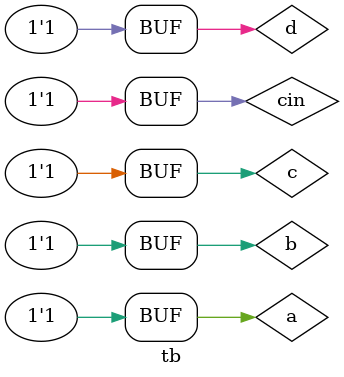
<source format=v>

module tb();
reg a,b,c,d,cin;
wire S,C,Co;

compres uut (.sum(S),.carry(C),.cout(Co),.a(a),.b(b),.c(c),.d(d),.cin(cin));

initial begin
a = 0;
b = 0;
c = 0;
d = 0;
cin = 0;

#5
a = 1;
b = 0;
c = 0;
d = 0;
cin = 0;

#5
a = 1;
b = 1;
c = 0;
d = 0;
cin =0;

#5
a = 1;
b = 1;
c = 1;
d = 0;
cin = 0;

#5
a = 1;
b = 1;
c = 1;
d = 1;
cin = 0;

#5
a = 1;
b = 1;
c = 1;
d = 1;
cin = 1;

end
endmodule

</source>
